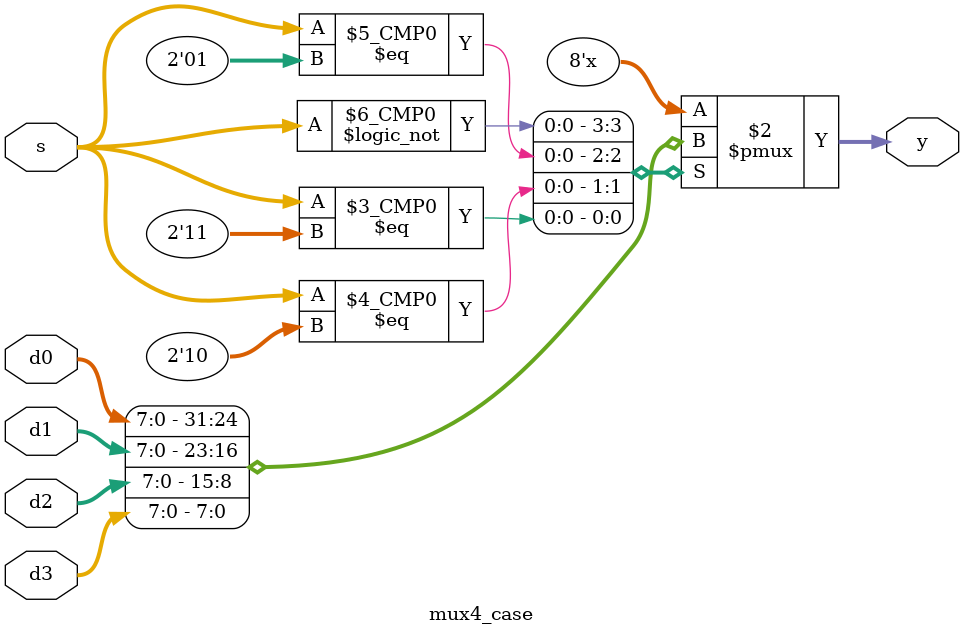
<source format=v>

module	mux2(	y, d0, d1, s	)	;

parameter		N = 8	;

output	[N-1:0]		y	; // output
input	[N-1:0]		d0	; // input d0
input	[N-1:0]		d1	; // input d1
input			s	; // select

assign			y = s ? d1 : d0	;

endmodule

// ------------------------------------------------
// A1: 4:1 MUX Design Using 3 x 2:1 MUX
// ------------------------------------------------
module mux4 (	y, d0, d1, d2, d3, s	);

parameter		N = 8	;

output	[N-1:0]		y	; // output
input	[N-1:0]		d0	; // input d0
input	[N-1:0]		d1	; // input d1
input	[N-1:0]		d2	; // input d2
input	[N-1:0]		d3	; // input d3
input	[1:0]		s	; // select

wire	[N-1:0]		node1	; // mux_0? ??
wire	[N-1:0]		node2	; // mux_1? ??

mux2	mux_0	( .y ( node1 ), .d0 ( d0 ), .d1 ( d1 ), .s ( s[0] ));
mux2	mux_1	( .y ( node2 ), .d0 ( d2 ), .d1 ( d3 ), .s ( s[0] ));
mux2	mux_2	( .y ( y ), .d0 ( node1 ), .d1 ( node2 ), .s ( s[1] ));

endmodule

// ------------------------------------------------
// 4:1 MUX Design Using if
// ------------------------------------------------
module mux4_if (	y, d0, d1, d2, d3, s	);

parameter	N = 8	;

output	[N-1:0]	y	;
input	[N-1:0]	d0	;
input	[N-1:0]	d1	;
input	[N-1:0]	d2	;
input	[N-1:0]	d3	;
input	[1:0]	s	;

reg	[N-1:0]	y	;

always @(*) begin
	if (s == 2'b00) begin
		y = d0;
	end else if (s == 2'b01) begin
		y = d1;
	end else if (s == 2'b10) begin
		y = d2;
	end else begin
		y = d3;
	end
end
endmodule

// ------------------------------------------------
// 4:1 MUX Design Using case
// ------------------------------------------------
module mux4_case (	y, d0, d1, d2, d3, s	);

parameter	N = 8;

output	[N-1:0]	y	;
input	[N-1:0]	d0	;
input	[N-1:0]	d1	;
input	[N-1:0]	d2	;
input	[N-1:0]	d3	;
input	[1:0]	s	;

reg	[N-1:0]	y	;

always @(*) begin
	case (s)
		2'b00: y = d0;
		2'b01: y = d1;
		2'b10: y = d2;
		2'b11: y = d3;
	endcase
end
endmodule

</source>
